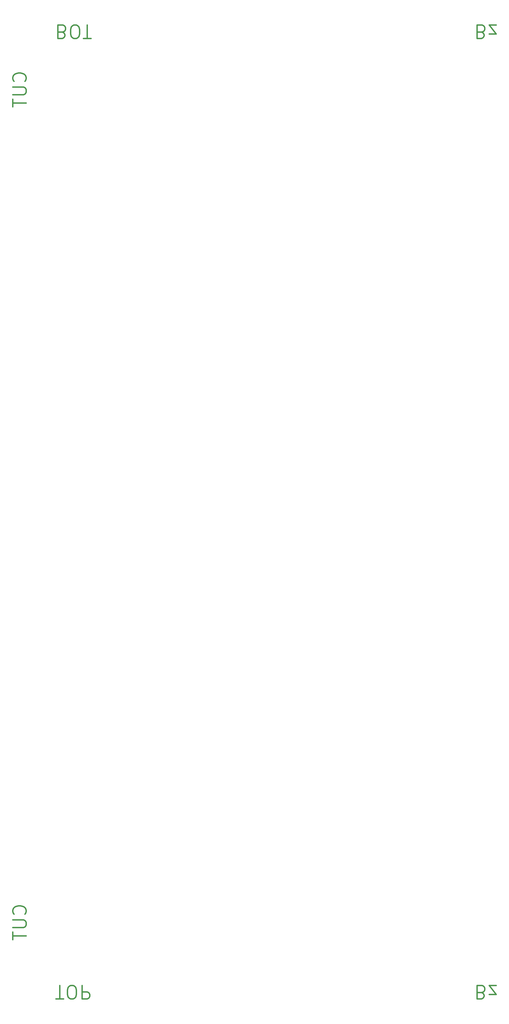
<source format=gbr>
%TF.GenerationSoftware,KiCad,Pcbnew,7.0.1-3b83917a11~172~ubuntu22.04.1*%
%TF.CreationDate,2023-12-10T14:17:05-05:00*%
%TF.ProjectId,coil_template_first,636f696c-5f74-4656-9d70-6c6174655f66,rev?*%
%TF.SameCoordinates,Original*%
%TF.FileFunction,Legend,Bot*%
%TF.FilePolarity,Positive*%
%FSLAX46Y46*%
G04 Gerber Fmt 4.6, Leading zero omitted, Abs format (unit mm)*
G04 Created by KiCad (PCBNEW 7.0.1-3b83917a11~172~ubuntu22.04.1) date 2023-12-10 14:17:05*
%MOMM*%
%LPD*%
G01*
G04 APERTURE LIST*
%ADD10C,2.000000*%
G04 APERTURE END LIST*
D10*
X711428571Y-42923809D02*
X714285714Y-41971428D01*
X714285714Y-41971428D02*
X715238095Y-41019047D01*
X715238095Y-41019047D02*
X716190476Y-39114285D01*
X716190476Y-39114285D02*
X716190476Y-36257142D01*
X716190476Y-36257142D02*
X715238095Y-34352380D01*
X715238095Y-34352380D02*
X714285714Y-33400000D01*
X714285714Y-33400000D02*
X712380952Y-32447619D01*
X712380952Y-32447619D02*
X704761904Y-32447619D01*
X704761904Y-32447619D02*
X704761904Y-52447619D01*
X704761904Y-52447619D02*
X711428571Y-52447619D01*
X711428571Y-52447619D02*
X713333333Y-51495238D01*
X713333333Y-51495238D02*
X714285714Y-50542857D01*
X714285714Y-50542857D02*
X715238095Y-48638095D01*
X715238095Y-48638095D02*
X715238095Y-46733333D01*
X715238095Y-46733333D02*
X714285714Y-44828571D01*
X714285714Y-44828571D02*
X713333333Y-43876190D01*
X713333333Y-43876190D02*
X711428571Y-42923809D01*
X711428571Y-42923809D02*
X704761904Y-42923809D01*
X722857142Y-45780952D02*
X733333333Y-45780952D01*
X733333333Y-45780952D02*
X722857142Y-32447619D01*
X722857142Y-32447619D02*
X733333333Y-32447619D01*
X76904761Y-1482447619D02*
X88333333Y-1482447619D01*
X82619047Y-1462447619D02*
X82619047Y-1482447619D01*
X98809523Y-1482447619D02*
X102619047Y-1482447619D01*
X102619047Y-1482447619D02*
X104523809Y-1481495238D01*
X104523809Y-1481495238D02*
X106428571Y-1479590476D01*
X106428571Y-1479590476D02*
X107380952Y-1475780952D01*
X107380952Y-1475780952D02*
X107380952Y-1469114285D01*
X107380952Y-1469114285D02*
X106428571Y-1465304761D01*
X106428571Y-1465304761D02*
X104523809Y-1463400000D01*
X104523809Y-1463400000D02*
X102619047Y-1462447619D01*
X102619047Y-1462447619D02*
X98809523Y-1462447619D01*
X98809523Y-1462447619D02*
X96904761Y-1463400000D01*
X96904761Y-1463400000D02*
X94999999Y-1465304761D01*
X94999999Y-1465304761D02*
X94047618Y-1469114285D01*
X94047618Y-1469114285D02*
X94047618Y-1475780952D01*
X94047618Y-1475780952D02*
X94999999Y-1479590476D01*
X94999999Y-1479590476D02*
X96904761Y-1481495238D01*
X96904761Y-1481495238D02*
X98809523Y-1482447619D01*
X115952380Y-1462447619D02*
X115952380Y-1482447619D01*
X115952380Y-1482447619D02*
X123571428Y-1482447619D01*
X123571428Y-1482447619D02*
X125476190Y-1481495238D01*
X125476190Y-1481495238D02*
X126428571Y-1480542857D01*
X126428571Y-1480542857D02*
X127380952Y-1478638095D01*
X127380952Y-1478638095D02*
X127380952Y-1475780952D01*
X127380952Y-1475780952D02*
X126428571Y-1473876190D01*
X126428571Y-1473876190D02*
X125476190Y-1472923809D01*
X125476190Y-1472923809D02*
X123571428Y-1471971428D01*
X123571428Y-1471971428D02*
X115952380Y-1471971428D01*
X30647619Y-116190476D02*
X31600000Y-115238095D01*
X31600000Y-115238095D02*
X32552380Y-112380952D01*
X32552380Y-112380952D02*
X32552380Y-110476190D01*
X32552380Y-110476190D02*
X31600000Y-107619047D01*
X31600000Y-107619047D02*
X29695238Y-105714285D01*
X29695238Y-105714285D02*
X27790476Y-104761904D01*
X27790476Y-104761904D02*
X23980952Y-103809523D01*
X23980952Y-103809523D02*
X21123809Y-103809523D01*
X21123809Y-103809523D02*
X17314285Y-104761904D01*
X17314285Y-104761904D02*
X15409523Y-105714285D01*
X15409523Y-105714285D02*
X13504761Y-107619047D01*
X13504761Y-107619047D02*
X12552380Y-110476190D01*
X12552380Y-110476190D02*
X12552380Y-112380952D01*
X12552380Y-112380952D02*
X13504761Y-115238095D01*
X13504761Y-115238095D02*
X14457142Y-116190476D01*
X12552380Y-124761904D02*
X28742857Y-124761904D01*
X28742857Y-124761904D02*
X30647619Y-125714285D01*
X30647619Y-125714285D02*
X31600000Y-126666666D01*
X31600000Y-126666666D02*
X32552380Y-128571428D01*
X32552380Y-128571428D02*
X32552380Y-132380952D01*
X32552380Y-132380952D02*
X31600000Y-134285714D01*
X31600000Y-134285714D02*
X30647619Y-135238095D01*
X30647619Y-135238095D02*
X28742857Y-136190476D01*
X28742857Y-136190476D02*
X12552380Y-136190476D01*
X12552380Y-142857142D02*
X12552380Y-154285714D01*
X32552380Y-148571428D02*
X12552380Y-148571428D01*
X86428571Y-42923809D02*
X89285714Y-41971428D01*
X89285714Y-41971428D02*
X90238095Y-41019047D01*
X90238095Y-41019047D02*
X91190476Y-39114285D01*
X91190476Y-39114285D02*
X91190476Y-36257142D01*
X91190476Y-36257142D02*
X90238095Y-34352380D01*
X90238095Y-34352380D02*
X89285714Y-33400000D01*
X89285714Y-33400000D02*
X87380952Y-32447619D01*
X87380952Y-32447619D02*
X79761904Y-32447619D01*
X79761904Y-32447619D02*
X79761904Y-52447619D01*
X79761904Y-52447619D02*
X86428571Y-52447619D01*
X86428571Y-52447619D02*
X88333333Y-51495238D01*
X88333333Y-51495238D02*
X89285714Y-50542857D01*
X89285714Y-50542857D02*
X90238095Y-48638095D01*
X90238095Y-48638095D02*
X90238095Y-46733333D01*
X90238095Y-46733333D02*
X89285714Y-44828571D01*
X89285714Y-44828571D02*
X88333333Y-43876190D01*
X88333333Y-43876190D02*
X86428571Y-42923809D01*
X86428571Y-42923809D02*
X79761904Y-42923809D01*
X103571428Y-52447619D02*
X107380952Y-52447619D01*
X107380952Y-52447619D02*
X109285714Y-51495238D01*
X109285714Y-51495238D02*
X111190476Y-49590476D01*
X111190476Y-49590476D02*
X112142857Y-45780952D01*
X112142857Y-45780952D02*
X112142857Y-39114285D01*
X112142857Y-39114285D02*
X111190476Y-35304761D01*
X111190476Y-35304761D02*
X109285714Y-33400000D01*
X109285714Y-33400000D02*
X107380952Y-32447619D01*
X107380952Y-32447619D02*
X103571428Y-32447619D01*
X103571428Y-32447619D02*
X101666666Y-33400000D01*
X101666666Y-33400000D02*
X99761904Y-35304761D01*
X99761904Y-35304761D02*
X98809523Y-39114285D01*
X98809523Y-39114285D02*
X98809523Y-45780952D01*
X98809523Y-45780952D02*
X99761904Y-49590476D01*
X99761904Y-49590476D02*
X101666666Y-51495238D01*
X101666666Y-51495238D02*
X103571428Y-52447619D01*
X117857142Y-52447619D02*
X129285714Y-52447619D01*
X123571428Y-32447619D02*
X123571428Y-52447619D01*
X711428571Y-1472923809D02*
X714285714Y-1471971428D01*
X714285714Y-1471971428D02*
X715238095Y-1471019047D01*
X715238095Y-1471019047D02*
X716190476Y-1469114285D01*
X716190476Y-1469114285D02*
X716190476Y-1466257142D01*
X716190476Y-1466257142D02*
X715238095Y-1464352380D01*
X715238095Y-1464352380D02*
X714285714Y-1463400000D01*
X714285714Y-1463400000D02*
X712380952Y-1462447619D01*
X712380952Y-1462447619D02*
X704761904Y-1462447619D01*
X704761904Y-1462447619D02*
X704761904Y-1482447619D01*
X704761904Y-1482447619D02*
X711428571Y-1482447619D01*
X711428571Y-1482447619D02*
X713333333Y-1481495238D01*
X713333333Y-1481495238D02*
X714285714Y-1480542857D01*
X714285714Y-1480542857D02*
X715238095Y-1478638095D01*
X715238095Y-1478638095D02*
X715238095Y-1476733333D01*
X715238095Y-1476733333D02*
X714285714Y-1474828571D01*
X714285714Y-1474828571D02*
X713333333Y-1473876190D01*
X713333333Y-1473876190D02*
X711428571Y-1472923809D01*
X711428571Y-1472923809D02*
X704761904Y-1472923809D01*
X722857142Y-1475780952D02*
X733333333Y-1475780952D01*
X733333333Y-1475780952D02*
X722857142Y-1462447619D01*
X722857142Y-1462447619D02*
X733333333Y-1462447619D01*
X30647619Y-1356190476D02*
X31600000Y-1355238095D01*
X31600000Y-1355238095D02*
X32552380Y-1352380952D01*
X32552380Y-1352380952D02*
X32552380Y-1350476190D01*
X32552380Y-1350476190D02*
X31600000Y-1347619047D01*
X31600000Y-1347619047D02*
X29695238Y-1345714285D01*
X29695238Y-1345714285D02*
X27790476Y-1344761904D01*
X27790476Y-1344761904D02*
X23980952Y-1343809523D01*
X23980952Y-1343809523D02*
X21123809Y-1343809523D01*
X21123809Y-1343809523D02*
X17314285Y-1344761904D01*
X17314285Y-1344761904D02*
X15409523Y-1345714285D01*
X15409523Y-1345714285D02*
X13504761Y-1347619047D01*
X13504761Y-1347619047D02*
X12552380Y-1350476190D01*
X12552380Y-1350476190D02*
X12552380Y-1352380952D01*
X12552380Y-1352380952D02*
X13504761Y-1355238095D01*
X13504761Y-1355238095D02*
X14457142Y-1356190476D01*
X12552380Y-1364761904D02*
X28742857Y-1364761904D01*
X28742857Y-1364761904D02*
X30647619Y-1365714285D01*
X30647619Y-1365714285D02*
X31600000Y-1366666666D01*
X31600000Y-1366666666D02*
X32552380Y-1368571428D01*
X32552380Y-1368571428D02*
X32552380Y-1372380952D01*
X32552380Y-1372380952D02*
X31600000Y-1374285714D01*
X31600000Y-1374285714D02*
X30647619Y-1375238095D01*
X30647619Y-1375238095D02*
X28742857Y-1376190476D01*
X28742857Y-1376190476D02*
X12552380Y-1376190476D01*
X12552380Y-1382857142D02*
X12552380Y-1394285714D01*
X32552380Y-1388571428D02*
X12552380Y-1388571428D01*
M02*

</source>
